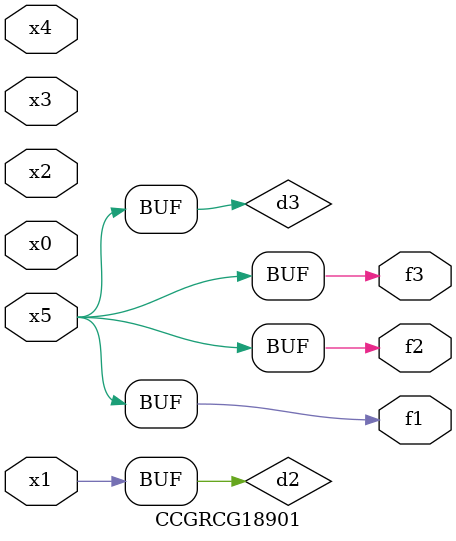
<source format=v>
module CCGRCG18901(
	input x0, x1, x2, x3, x4, x5,
	output f1, f2, f3
);

	wire d1, d2, d3;

	not (d1, x5);
	or (d2, x1);
	xnor (d3, d1);
	assign f1 = d3;
	assign f2 = d3;
	assign f3 = d3;
endmodule

</source>
